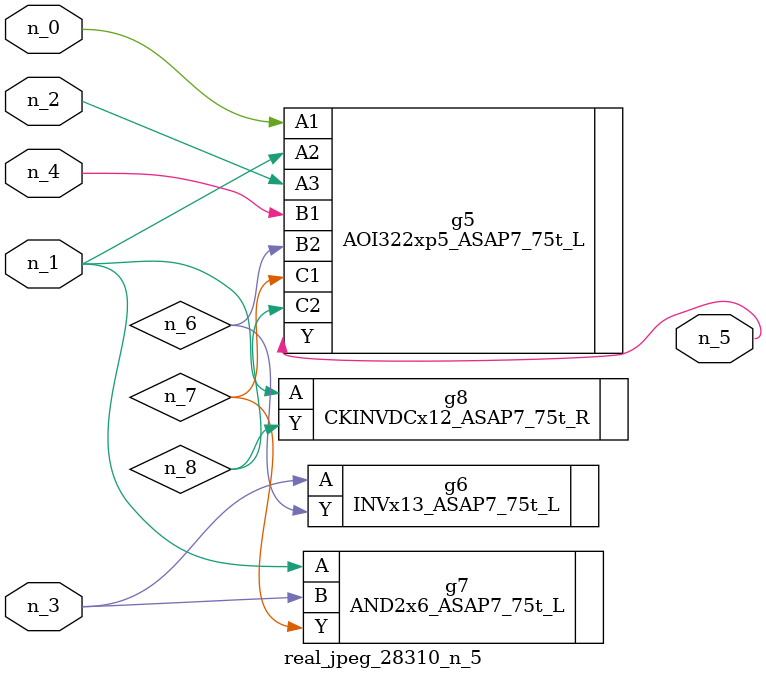
<source format=v>
module real_jpeg_28310_n_5 (n_4, n_0, n_1, n_2, n_3, n_5);

input n_4;
input n_0;
input n_1;
input n_2;
input n_3;

output n_5;

wire n_8;
wire n_6;
wire n_7;

AOI322xp5_ASAP7_75t_L g5 ( 
.A1(n_0),
.A2(n_1),
.A3(n_2),
.B1(n_4),
.B2(n_6),
.C1(n_7),
.C2(n_8),
.Y(n_5)
);

AND2x6_ASAP7_75t_L g7 ( 
.A(n_1),
.B(n_3),
.Y(n_7)
);

CKINVDCx12_ASAP7_75t_R g8 ( 
.A(n_1),
.Y(n_8)
);

INVx13_ASAP7_75t_L g6 ( 
.A(n_3),
.Y(n_6)
);


endmodule
</source>
